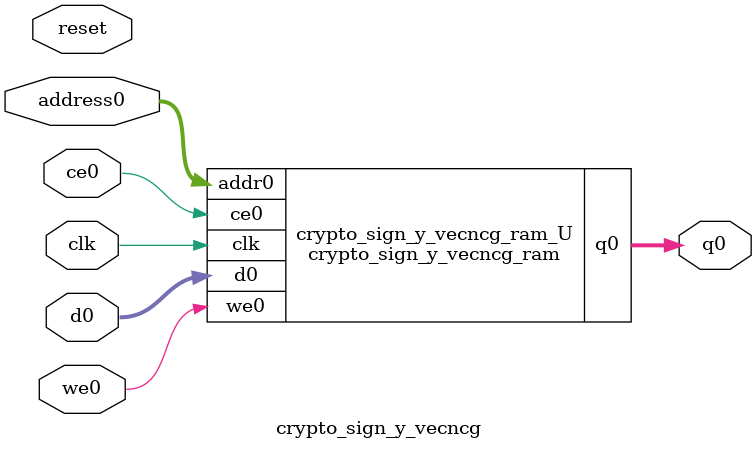
<source format=v>
`timescale 1 ns / 1 ps
module crypto_sign_y_vecncg_ram (addr0, ce0, d0, we0, q0,  clk);

parameter DWIDTH = 19;
parameter AWIDTH = 10;
parameter MEM_SIZE = 1024;

input[AWIDTH-1:0] addr0;
input ce0;
input[DWIDTH-1:0] d0;
input we0;
output reg[DWIDTH-1:0] q0;
input clk;

(* ram_style = "block" *)reg [DWIDTH-1:0] ram[0:MEM_SIZE-1];




always @(posedge clk)  
begin 
    if (ce0) begin
        if (we0) 
            ram[addr0] <= d0; 
        q0 <= ram[addr0];
    end
end


endmodule

`timescale 1 ns / 1 ps
module crypto_sign_y_vecncg(
    reset,
    clk,
    address0,
    ce0,
    we0,
    d0,
    q0);

parameter DataWidth = 32'd19;
parameter AddressRange = 32'd1024;
parameter AddressWidth = 32'd10;
input reset;
input clk;
input[AddressWidth - 1:0] address0;
input ce0;
input we0;
input[DataWidth - 1:0] d0;
output[DataWidth - 1:0] q0;



crypto_sign_y_vecncg_ram crypto_sign_y_vecncg_ram_U(
    .clk( clk ),
    .addr0( address0 ),
    .ce0( ce0 ),
    .we0( we0 ),
    .d0( d0 ),
    .q0( q0 ));

endmodule


</source>
